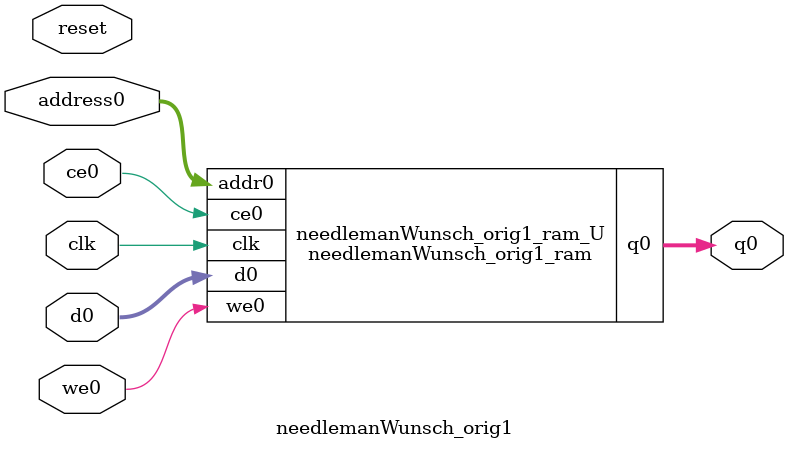
<source format=v>

`timescale 1 ns / 1 ps
module needlemanWunsch_orig1_ram (addr0, ce0, d0, we0, q0,  clk);

parameter DWIDTH = 20;
parameter AWIDTH = 7;
parameter MEM_SIZE = 100;

input[AWIDTH-1:0] addr0;
input ce0;
input[DWIDTH-1:0] d0;
input we0;
output reg[DWIDTH-1:0] q0;
input clk;

(* ram_style = "block" *)reg [DWIDTH-1:0] ram[MEM_SIZE-1:0];




always @(posedge clk)  
begin 
    if (ce0) 
    begin
        if (we0) 
        begin 
            ram[addr0] <= d0; 
            q0 <= d0;
        end 
        else 
            q0 <= ram[addr0];
    end
end


endmodule


`timescale 1 ns / 1 ps
module needlemanWunsch_orig1(
    reset,
    clk,
    address0,
    ce0,
    we0,
    d0,
    q0);

parameter DataWidth = 32'd20;
parameter AddressRange = 32'd100;
parameter AddressWidth = 32'd7;
input reset;
input clk;
input[AddressWidth - 1:0] address0;
input ce0;
input we0;
input[DataWidth - 1:0] d0;
output[DataWidth - 1:0] q0;



needlemanWunsch_orig1_ram needlemanWunsch_orig1_ram_U(
    .clk( clk ),
    .addr0( address0 ),
    .ce0( ce0 ),
    .d0( d0 ),
    .we0( we0 ),
    .q0( q0 ));

endmodule


</source>
